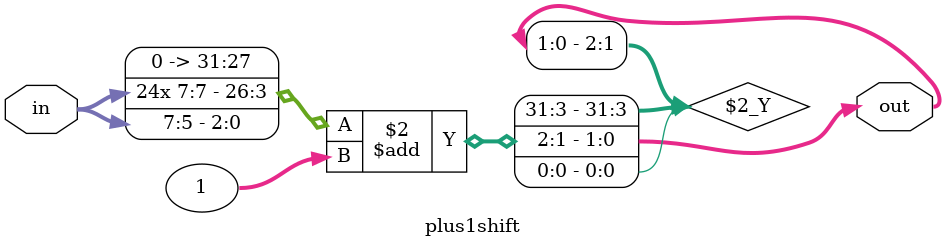
<source format=v>
/*
* @Author: Vanio Rodrigues Filho
* @Date:   2018-04-02 14:11:50
* @Last Modified by:   VanioRodrigues
* @Last Modified time: 2018-04-02 15:10:14
*/
module plus1shift(
	in,
	out
	);

parameter DATAWIDTH = 8; // Input number of bits.

input signed [DATAWIDTH-1:0] in;
output signed [DATAWIDTH-7:0] out; // Out has 6 less bits than input.


assign out = ((in >> 5) +1) >> 1;

endmodule

</source>
